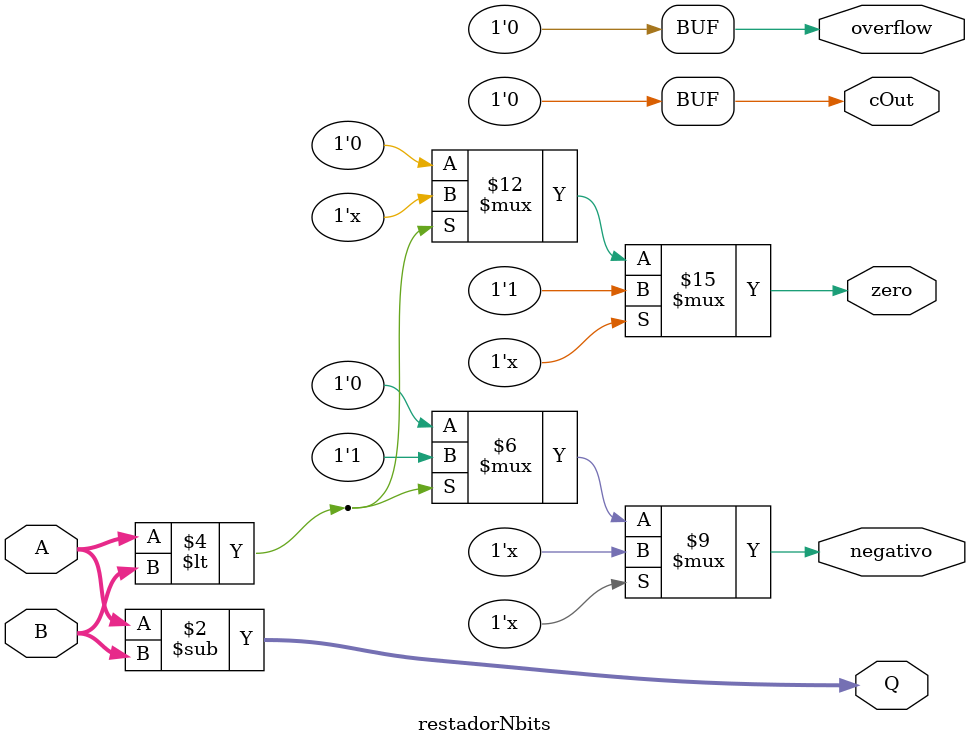
<source format=sv>
module restadorNbits #(parameter N = 3)
			(input logic [N-1:0] A,
			 input logic [N-1:0] B,
			 output logic [N-1:0] Q,
			 output logic zero,
			 output logic negativo,
			 output logic cOut,
			 output logic overflow);
			 always @*
			 begin
				Q <= A-B;
				cOut <= 0;
				overflow <= 0;
			
				if(Q == 0)begin 
					zero <= 1;
				end
				else if(A<B)begin
					negativo <= 1;
				end
				else begin 						
					zero <= 0;
					negativo <= 0;
				end
			end			
endmodule 
</source>
